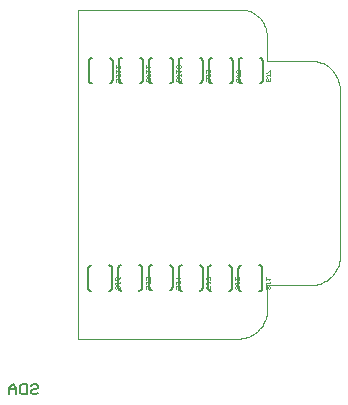
<source format=gbo>
G75*
G70*
%OFA0B0*%
%FSLAX24Y24*%
%IPPOS*%
%LPD*%
%AMOC8*
5,1,8,0,0,1.08239X$1,22.5*
%
%ADD10C,0.0060*%
%ADD11C,0.0000*%
%ADD12C,0.0080*%
%ADD13C,0.0010*%
D10*
X012425Y010834D02*
X012425Y011060D01*
X012538Y011174D01*
X012652Y011060D01*
X012652Y010834D01*
X012793Y010890D02*
X012793Y011117D01*
X012850Y011174D01*
X013020Y011174D01*
X013020Y010834D01*
X012850Y010834D01*
X012793Y010890D01*
X012652Y011004D02*
X012425Y011004D01*
X013162Y010947D02*
X013162Y010890D01*
X013218Y010834D01*
X013332Y010834D01*
X013389Y010890D01*
X013332Y011004D02*
X013218Y011004D01*
X013162Y010947D01*
X013162Y011117D02*
X013218Y011174D01*
X013332Y011174D01*
X013389Y011117D01*
X013389Y011060D01*
X013332Y011004D01*
D11*
X014712Y012689D02*
X014712Y014461D01*
X014716Y014461D01*
X014716Y021941D01*
X014711Y021926D01*
X014711Y023658D01*
X020059Y023657D01*
X020058Y023657D02*
X020115Y023661D01*
X020172Y023660D01*
X020229Y023656D01*
X020285Y023648D01*
X020341Y023637D01*
X020396Y023622D01*
X020450Y023603D01*
X020502Y023581D01*
X020553Y023555D01*
X020602Y023526D01*
X020649Y023494D01*
X020694Y023459D01*
X020736Y023421D01*
X020776Y023381D01*
X020814Y023338D01*
X020848Y023292D01*
X020879Y023245D01*
X020907Y023195D01*
X020932Y023144D01*
X020954Y023091D01*
X020971Y023037D01*
X020986Y022982D01*
X020996Y022926D01*
X021003Y022870D01*
X021003Y021953D01*
X022464Y021961D01*
X022526Y021959D01*
X022587Y021953D01*
X022648Y021944D01*
X022709Y021930D01*
X022768Y021913D01*
X022826Y021892D01*
X022883Y021867D01*
X022938Y021839D01*
X022991Y021808D01*
X023042Y021773D01*
X023091Y021735D01*
X023138Y021694D01*
X023181Y021651D01*
X023222Y021604D01*
X023260Y021555D01*
X023295Y021504D01*
X023326Y021451D01*
X023354Y021396D01*
X023379Y021339D01*
X023400Y021281D01*
X023417Y021222D01*
X023431Y021161D01*
X023440Y021100D01*
X023446Y021039D01*
X023448Y020977D01*
X023448Y015446D01*
X023449Y015446D02*
X023447Y015385D01*
X023441Y015325D01*
X023432Y015265D01*
X023419Y015206D01*
X023402Y015148D01*
X023381Y015091D01*
X023357Y015035D01*
X023330Y014981D01*
X023299Y014929D01*
X023265Y014879D01*
X023228Y014831D01*
X023187Y014785D01*
X023145Y014743D01*
X023099Y014702D01*
X023051Y014665D01*
X023001Y014631D01*
X022949Y014600D01*
X022895Y014573D01*
X022839Y014549D01*
X022782Y014528D01*
X022724Y014511D01*
X022665Y014498D01*
X022605Y014489D01*
X022545Y014483D01*
X022484Y014481D01*
X021019Y014472D01*
X021019Y013661D01*
X021020Y013661D02*
X021018Y013600D01*
X021012Y013540D01*
X021003Y013480D01*
X020990Y013421D01*
X020973Y013363D01*
X020952Y013306D01*
X020928Y013250D01*
X020901Y013196D01*
X020870Y013144D01*
X020836Y013094D01*
X020799Y013046D01*
X020758Y013000D01*
X020716Y012958D01*
X020670Y012917D01*
X020622Y012880D01*
X020572Y012846D01*
X020520Y012815D01*
X020466Y012788D01*
X020410Y012764D01*
X020353Y012743D01*
X020295Y012726D01*
X020236Y012713D01*
X020176Y012704D01*
X020116Y012698D01*
X020055Y012696D01*
X020055Y012697D02*
X014712Y012689D01*
D12*
X015056Y014387D02*
X015056Y015037D01*
X015058Y015054D01*
X015062Y015071D01*
X015069Y015087D01*
X015079Y015101D01*
X015092Y015114D01*
X015106Y015124D01*
X015122Y015131D01*
X015139Y015135D01*
X015156Y015137D01*
X015756Y015137D02*
X015773Y015135D01*
X015790Y015131D01*
X015806Y015124D01*
X015820Y015114D01*
X015833Y015101D01*
X015843Y015087D01*
X015850Y015071D01*
X015854Y015054D01*
X015856Y015037D01*
X015856Y014387D01*
X015854Y014370D01*
X015850Y014353D01*
X015843Y014337D01*
X015833Y014323D01*
X015820Y014310D01*
X015806Y014300D01*
X015790Y014293D01*
X015773Y014289D01*
X015756Y014287D01*
X016065Y014398D02*
X016065Y015048D01*
X016067Y015065D01*
X016071Y015082D01*
X016078Y015098D01*
X016088Y015112D01*
X016101Y015125D01*
X016115Y015135D01*
X016131Y015142D01*
X016148Y015146D01*
X016165Y015148D01*
X016765Y015148D02*
X016782Y015146D01*
X016799Y015142D01*
X016815Y015135D01*
X016829Y015125D01*
X016842Y015112D01*
X016852Y015098D01*
X016859Y015082D01*
X016863Y015065D01*
X016865Y015048D01*
X016865Y014398D01*
X016863Y014381D01*
X016859Y014364D01*
X016852Y014348D01*
X016842Y014334D01*
X016829Y014321D01*
X016815Y014311D01*
X016799Y014304D01*
X016782Y014300D01*
X016765Y014298D01*
X017069Y014404D02*
X017069Y015054D01*
X017071Y015071D01*
X017075Y015088D01*
X017082Y015104D01*
X017092Y015118D01*
X017105Y015131D01*
X017119Y015141D01*
X017135Y015148D01*
X017152Y015152D01*
X017169Y015154D01*
X017769Y015154D02*
X017786Y015152D01*
X017803Y015148D01*
X017819Y015141D01*
X017833Y015131D01*
X017846Y015118D01*
X017856Y015104D01*
X017863Y015088D01*
X017867Y015071D01*
X017869Y015054D01*
X017869Y014404D01*
X017867Y014387D01*
X017863Y014370D01*
X017856Y014354D01*
X017846Y014340D01*
X017833Y014327D01*
X017819Y014317D01*
X017803Y014310D01*
X017786Y014306D01*
X017769Y014304D01*
X018074Y014394D02*
X018074Y015044D01*
X018076Y015061D01*
X018080Y015078D01*
X018087Y015094D01*
X018097Y015108D01*
X018110Y015121D01*
X018124Y015131D01*
X018140Y015138D01*
X018157Y015142D01*
X018174Y015144D01*
X018774Y015144D02*
X018791Y015142D01*
X018808Y015138D01*
X018824Y015131D01*
X018838Y015121D01*
X018851Y015108D01*
X018861Y015094D01*
X018868Y015078D01*
X018872Y015061D01*
X018874Y015044D01*
X018874Y014394D01*
X018872Y014377D01*
X018868Y014360D01*
X018861Y014344D01*
X018851Y014330D01*
X018838Y014317D01*
X018824Y014307D01*
X018808Y014300D01*
X018791Y014296D01*
X018774Y014294D01*
X019046Y014388D02*
X019046Y015038D01*
X019048Y015055D01*
X019052Y015072D01*
X019059Y015088D01*
X019069Y015102D01*
X019082Y015115D01*
X019096Y015125D01*
X019112Y015132D01*
X019129Y015136D01*
X019146Y015138D01*
X019746Y015138D02*
X019763Y015136D01*
X019780Y015132D01*
X019796Y015125D01*
X019810Y015115D01*
X019823Y015102D01*
X019833Y015088D01*
X019840Y015072D01*
X019844Y015055D01*
X019846Y015038D01*
X019846Y014388D01*
X019844Y014371D01*
X019840Y014354D01*
X019833Y014338D01*
X019823Y014324D01*
X019810Y014311D01*
X019796Y014301D01*
X019780Y014294D01*
X019763Y014290D01*
X019746Y014288D01*
X020068Y014388D02*
X020068Y015038D01*
X020070Y015055D01*
X020074Y015072D01*
X020081Y015088D01*
X020091Y015102D01*
X020104Y015115D01*
X020118Y015125D01*
X020134Y015132D01*
X020151Y015136D01*
X020168Y015138D01*
X020768Y015138D02*
X020785Y015136D01*
X020802Y015132D01*
X020818Y015125D01*
X020832Y015115D01*
X020845Y015102D01*
X020855Y015088D01*
X020862Y015072D01*
X020866Y015055D01*
X020868Y015038D01*
X020868Y014388D01*
X020866Y014371D01*
X020862Y014354D01*
X020855Y014338D01*
X020845Y014324D01*
X020832Y014311D01*
X020818Y014301D01*
X020802Y014294D01*
X020785Y014290D01*
X020768Y014288D01*
X020168Y014288D02*
X020151Y014290D01*
X020134Y014294D01*
X020118Y014301D01*
X020104Y014311D01*
X020091Y014324D01*
X020081Y014338D01*
X020074Y014354D01*
X020070Y014371D01*
X020068Y014388D01*
X019146Y014288D02*
X019129Y014290D01*
X019112Y014294D01*
X019096Y014301D01*
X019082Y014311D01*
X019069Y014324D01*
X019059Y014338D01*
X019052Y014354D01*
X019048Y014371D01*
X019046Y014388D01*
X018174Y014294D02*
X018157Y014296D01*
X018140Y014300D01*
X018124Y014307D01*
X018110Y014317D01*
X018097Y014330D01*
X018087Y014344D01*
X018080Y014360D01*
X018076Y014377D01*
X018074Y014394D01*
X017169Y014304D02*
X017152Y014306D01*
X017135Y014310D01*
X017119Y014317D01*
X017105Y014327D01*
X017092Y014340D01*
X017082Y014354D01*
X017075Y014370D01*
X017071Y014387D01*
X017069Y014404D01*
X016165Y014298D02*
X016148Y014300D01*
X016131Y014304D01*
X016115Y014311D01*
X016101Y014321D01*
X016088Y014334D01*
X016078Y014348D01*
X016071Y014364D01*
X016067Y014381D01*
X016065Y014398D01*
X015156Y014287D02*
X015139Y014289D01*
X015122Y014293D01*
X015106Y014300D01*
X015092Y014310D01*
X015079Y014323D01*
X015069Y014337D01*
X015062Y014353D01*
X015058Y014370D01*
X015056Y014387D01*
X015070Y021304D02*
X015070Y021954D01*
X015072Y021971D01*
X015076Y021988D01*
X015083Y022004D01*
X015093Y022018D01*
X015106Y022031D01*
X015120Y022041D01*
X015136Y022048D01*
X015153Y022052D01*
X015170Y022054D01*
X015770Y022054D02*
X015787Y022052D01*
X015804Y022048D01*
X015820Y022041D01*
X015834Y022031D01*
X015847Y022018D01*
X015857Y022004D01*
X015864Y021988D01*
X015868Y021971D01*
X015870Y021954D01*
X015870Y021304D01*
X015868Y021287D01*
X015864Y021270D01*
X015857Y021254D01*
X015847Y021240D01*
X015834Y021227D01*
X015820Y021217D01*
X015804Y021210D01*
X015787Y021206D01*
X015770Y021204D01*
X016077Y021311D02*
X016077Y021961D01*
X016079Y021978D01*
X016083Y021995D01*
X016090Y022011D01*
X016100Y022025D01*
X016113Y022038D01*
X016127Y022048D01*
X016143Y022055D01*
X016160Y022059D01*
X016177Y022061D01*
X016777Y022061D02*
X016794Y022059D01*
X016811Y022055D01*
X016827Y022048D01*
X016841Y022038D01*
X016854Y022025D01*
X016864Y022011D01*
X016871Y021995D01*
X016875Y021978D01*
X016877Y021961D01*
X016877Y021311D01*
X016875Y021294D01*
X016871Y021277D01*
X016864Y021261D01*
X016854Y021247D01*
X016841Y021234D01*
X016827Y021224D01*
X016811Y021217D01*
X016794Y021213D01*
X016777Y021211D01*
X017083Y021311D02*
X017083Y021961D01*
X017085Y021978D01*
X017089Y021995D01*
X017096Y022011D01*
X017106Y022025D01*
X017119Y022038D01*
X017133Y022048D01*
X017149Y022055D01*
X017166Y022059D01*
X017183Y022061D01*
X017783Y022061D02*
X017800Y022059D01*
X017817Y022055D01*
X017833Y022048D01*
X017847Y022038D01*
X017860Y022025D01*
X017870Y022011D01*
X017877Y021995D01*
X017881Y021978D01*
X017883Y021961D01*
X017883Y021311D01*
X017881Y021294D01*
X017877Y021277D01*
X017870Y021261D01*
X017860Y021247D01*
X017847Y021234D01*
X017833Y021224D01*
X017817Y021217D01*
X017800Y021213D01*
X017783Y021211D01*
X018070Y021311D02*
X018070Y021961D01*
X018072Y021978D01*
X018076Y021995D01*
X018083Y022011D01*
X018093Y022025D01*
X018106Y022038D01*
X018120Y022048D01*
X018136Y022055D01*
X018153Y022059D01*
X018170Y022061D01*
X018770Y022061D02*
X018787Y022059D01*
X018804Y022055D01*
X018820Y022048D01*
X018834Y022038D01*
X018847Y022025D01*
X018857Y022011D01*
X018864Y021995D01*
X018868Y021978D01*
X018870Y021961D01*
X018870Y021311D01*
X018868Y021294D01*
X018864Y021277D01*
X018857Y021261D01*
X018847Y021247D01*
X018834Y021234D01*
X018820Y021224D01*
X018804Y021217D01*
X018787Y021213D01*
X018770Y021211D01*
X019074Y021305D02*
X019074Y021955D01*
X019076Y021972D01*
X019080Y021989D01*
X019087Y022005D01*
X019097Y022019D01*
X019110Y022032D01*
X019124Y022042D01*
X019140Y022049D01*
X019157Y022053D01*
X019174Y022055D01*
X019774Y022055D02*
X019791Y022053D01*
X019808Y022049D01*
X019824Y022042D01*
X019838Y022032D01*
X019851Y022019D01*
X019861Y022005D01*
X019868Y021989D01*
X019872Y021972D01*
X019874Y021955D01*
X019874Y021305D01*
X019872Y021288D01*
X019868Y021271D01*
X019861Y021255D01*
X019851Y021241D01*
X019838Y021228D01*
X019824Y021218D01*
X019808Y021211D01*
X019791Y021207D01*
X019774Y021205D01*
X020072Y021311D02*
X020072Y021961D01*
X020074Y021978D01*
X020078Y021995D01*
X020085Y022011D01*
X020095Y022025D01*
X020108Y022038D01*
X020122Y022048D01*
X020138Y022055D01*
X020155Y022059D01*
X020172Y022061D01*
X020772Y022061D02*
X020789Y022059D01*
X020806Y022055D01*
X020822Y022048D01*
X020836Y022038D01*
X020849Y022025D01*
X020859Y022011D01*
X020866Y021995D01*
X020870Y021978D01*
X020872Y021961D01*
X020872Y021311D01*
X020870Y021294D01*
X020866Y021277D01*
X020859Y021261D01*
X020849Y021247D01*
X020836Y021234D01*
X020822Y021224D01*
X020806Y021217D01*
X020789Y021213D01*
X020772Y021211D01*
X020172Y021211D02*
X020155Y021213D01*
X020138Y021217D01*
X020122Y021224D01*
X020108Y021234D01*
X020095Y021247D01*
X020085Y021261D01*
X020078Y021277D01*
X020074Y021294D01*
X020072Y021311D01*
X019174Y021205D02*
X019157Y021207D01*
X019140Y021211D01*
X019124Y021218D01*
X019110Y021228D01*
X019097Y021241D01*
X019087Y021255D01*
X019080Y021271D01*
X019076Y021288D01*
X019074Y021305D01*
X018170Y021211D02*
X018153Y021213D01*
X018136Y021217D01*
X018120Y021224D01*
X018106Y021234D01*
X018093Y021247D01*
X018083Y021261D01*
X018076Y021277D01*
X018072Y021294D01*
X018070Y021311D01*
X017183Y021211D02*
X017166Y021213D01*
X017149Y021217D01*
X017133Y021224D01*
X017119Y021234D01*
X017106Y021247D01*
X017096Y021261D01*
X017089Y021277D01*
X017085Y021294D01*
X017083Y021311D01*
X016177Y021211D02*
X016160Y021213D01*
X016143Y021217D01*
X016127Y021224D01*
X016113Y021234D01*
X016100Y021247D01*
X016090Y021261D01*
X016083Y021277D01*
X016079Y021294D01*
X016077Y021311D01*
X015170Y021204D02*
X015153Y021206D01*
X015136Y021210D01*
X015120Y021217D01*
X015106Y021227D01*
X015093Y021240D01*
X015083Y021254D01*
X015076Y021270D01*
X015072Y021287D01*
X015070Y021304D01*
D13*
X015975Y021285D02*
X016000Y021259D01*
X015975Y021285D02*
X015975Y021335D01*
X016000Y021360D01*
X016025Y021360D01*
X016050Y021335D01*
X016050Y021285D01*
X016075Y021259D01*
X016100Y021259D01*
X016125Y021285D01*
X016125Y021335D01*
X016100Y021360D01*
X016125Y021457D02*
X016125Y021507D01*
X016125Y021482D02*
X016000Y021482D01*
X015975Y021457D01*
X015975Y021432D01*
X016000Y021407D01*
X015975Y021554D02*
X015975Y021654D01*
X015975Y021701D02*
X016075Y021802D01*
X016100Y021802D01*
X016125Y021777D01*
X016125Y021726D01*
X016100Y021701D01*
X016125Y021604D02*
X015975Y021604D01*
X015975Y021701D02*
X015975Y021802D01*
X016125Y021604D02*
X016075Y021554D01*
X016982Y021561D02*
X016982Y021661D01*
X016982Y021708D02*
X016982Y021808D01*
X016982Y021758D02*
X017132Y021758D01*
X017082Y021708D01*
X017132Y021611D02*
X016982Y021611D01*
X017082Y021561D02*
X017132Y021611D01*
X017132Y021513D02*
X017132Y021463D01*
X017132Y021488D02*
X017007Y021488D01*
X016982Y021463D01*
X016982Y021438D01*
X017007Y021413D01*
X017007Y021366D02*
X016982Y021341D01*
X016982Y021291D01*
X017007Y021266D01*
X017057Y021291D02*
X017057Y021341D01*
X017032Y021366D01*
X017007Y021366D01*
X017057Y021291D02*
X017082Y021266D01*
X017107Y021266D01*
X017132Y021291D01*
X017132Y021341D01*
X017107Y021366D01*
X017988Y021341D02*
X017988Y021291D01*
X018013Y021266D01*
X018063Y021291D02*
X018063Y021341D01*
X018038Y021366D01*
X018013Y021366D01*
X017988Y021341D01*
X018013Y021413D02*
X017988Y021438D01*
X017988Y021463D01*
X018013Y021488D01*
X018138Y021488D01*
X018138Y021463D02*
X018138Y021513D01*
X018088Y021561D02*
X018138Y021611D01*
X017988Y021611D01*
X017988Y021561D02*
X017988Y021661D01*
X018013Y021708D02*
X018113Y021808D01*
X018013Y021808D01*
X017988Y021783D01*
X017988Y021733D01*
X018013Y021708D01*
X018113Y021708D01*
X018138Y021733D01*
X018138Y021783D01*
X018113Y021808D01*
X018113Y021366D02*
X018138Y021341D01*
X018138Y021291D01*
X018113Y021266D01*
X018088Y021266D01*
X018063Y021291D01*
X018975Y021291D02*
X019000Y021266D01*
X018975Y021291D02*
X018975Y021341D01*
X019000Y021366D01*
X019025Y021366D01*
X019050Y021341D01*
X019050Y021291D01*
X019075Y021266D01*
X019100Y021266D01*
X019125Y021291D01*
X019125Y021341D01*
X019100Y021366D01*
X019125Y021463D02*
X019125Y021513D01*
X019125Y021488D02*
X019000Y021488D01*
X018975Y021463D01*
X018975Y021438D01*
X019000Y021413D01*
X019000Y021561D02*
X018975Y021586D01*
X018975Y021636D01*
X019000Y021661D01*
X019100Y021661D01*
X019125Y021636D01*
X019125Y021586D01*
X019100Y021561D01*
X019075Y021561D01*
X019050Y021586D01*
X019050Y021661D01*
X019979Y021630D02*
X019979Y021580D01*
X020004Y021555D01*
X020029Y021555D01*
X020054Y021580D01*
X020054Y021630D01*
X020029Y021655D01*
X020004Y021655D01*
X019979Y021630D01*
X020054Y021630D02*
X020079Y021655D01*
X020104Y021655D01*
X020129Y021630D01*
X020129Y021580D01*
X020104Y021555D01*
X020079Y021555D01*
X020054Y021580D01*
X020129Y021508D02*
X020129Y021458D01*
X020129Y021483D02*
X020004Y021483D01*
X019979Y021458D01*
X019979Y021433D01*
X020004Y021408D01*
X020004Y021361D02*
X019979Y021336D01*
X019979Y021286D01*
X020004Y021260D01*
X020054Y021286D02*
X020054Y021336D01*
X020029Y021361D01*
X020004Y021361D01*
X020054Y021286D02*
X020079Y021260D01*
X020104Y021260D01*
X020129Y021286D01*
X020129Y021336D01*
X020104Y021361D01*
X020977Y021341D02*
X020977Y021291D01*
X021002Y021266D01*
X021052Y021291D02*
X021052Y021341D01*
X021027Y021366D01*
X021002Y021366D01*
X020977Y021341D01*
X021002Y021413D02*
X020977Y021438D01*
X020977Y021463D01*
X021002Y021488D01*
X021127Y021488D01*
X021127Y021463D02*
X021127Y021513D01*
X021127Y021560D02*
X021127Y021660D01*
X021102Y021660D01*
X021002Y021560D01*
X020977Y021560D01*
X021102Y021366D02*
X021127Y021341D01*
X021127Y021291D01*
X021102Y021266D01*
X021077Y021266D01*
X021052Y021291D01*
X020973Y014738D02*
X020973Y014638D01*
X020973Y014688D02*
X021123Y014688D01*
X021073Y014638D01*
X021123Y014590D02*
X021123Y014540D01*
X021123Y014565D02*
X020998Y014565D01*
X020973Y014540D01*
X020973Y014515D01*
X020998Y014490D01*
X020998Y014443D02*
X020973Y014418D01*
X020973Y014368D01*
X020998Y014343D01*
X021048Y014368D02*
X021048Y014418D01*
X021023Y014443D01*
X020998Y014443D01*
X021048Y014368D02*
X021073Y014343D01*
X021098Y014343D01*
X021123Y014368D01*
X021123Y014418D01*
X021098Y014443D01*
X020101Y014418D02*
X020101Y014368D01*
X020076Y014343D01*
X020051Y014343D01*
X020026Y014368D01*
X020026Y014418D01*
X020001Y014443D01*
X019976Y014443D01*
X019951Y014418D01*
X019951Y014368D01*
X019976Y014343D01*
X020076Y014443D02*
X020101Y014418D01*
X020101Y014540D02*
X020101Y014590D01*
X020101Y014565D02*
X019976Y014565D01*
X019951Y014540D01*
X019951Y014515D01*
X019976Y014490D01*
X019951Y014638D02*
X020051Y014738D01*
X020076Y014738D01*
X020101Y014713D01*
X020101Y014663D01*
X020076Y014638D01*
X019951Y014638D02*
X019951Y014738D01*
X019129Y014718D02*
X019129Y014668D01*
X019104Y014643D01*
X019129Y014596D02*
X019129Y014546D01*
X019129Y014571D02*
X019004Y014571D01*
X018979Y014546D01*
X018979Y014521D01*
X019004Y014496D01*
X019004Y014449D02*
X018979Y014424D01*
X018979Y014374D01*
X019004Y014349D01*
X019054Y014374D02*
X019054Y014424D01*
X019029Y014449D01*
X019004Y014449D01*
X019054Y014374D02*
X019079Y014349D01*
X019104Y014349D01*
X019129Y014374D01*
X019129Y014424D01*
X019104Y014449D01*
X019004Y014643D02*
X018979Y014668D01*
X018979Y014718D01*
X019004Y014743D01*
X019029Y014743D01*
X019054Y014718D01*
X019054Y014693D01*
X019054Y014718D02*
X019079Y014743D01*
X019104Y014743D01*
X019129Y014718D01*
X018124Y014729D02*
X018049Y014654D01*
X018049Y014754D01*
X017974Y014729D02*
X018124Y014729D01*
X018124Y014606D02*
X018124Y014556D01*
X018124Y014581D02*
X017999Y014581D01*
X017974Y014556D01*
X017974Y014531D01*
X017999Y014506D01*
X017999Y014459D02*
X017974Y014434D01*
X017974Y014384D01*
X017999Y014359D01*
X018049Y014384D02*
X018049Y014434D01*
X018024Y014459D01*
X017999Y014459D01*
X018049Y014384D02*
X018074Y014359D01*
X018099Y014359D01*
X018124Y014384D01*
X018124Y014434D01*
X018099Y014459D01*
X017120Y014428D02*
X017120Y014378D01*
X017095Y014353D01*
X017070Y014353D01*
X017045Y014378D01*
X017045Y014428D01*
X017020Y014453D01*
X016995Y014453D01*
X016970Y014428D01*
X016970Y014378D01*
X016995Y014353D01*
X017095Y014453D02*
X017120Y014428D01*
X017120Y014550D02*
X017120Y014600D01*
X017120Y014575D02*
X016995Y014575D01*
X016970Y014550D01*
X016970Y014525D01*
X016995Y014500D01*
X016995Y014648D02*
X016970Y014673D01*
X016970Y014723D01*
X016995Y014748D01*
X017045Y014748D01*
X017070Y014723D01*
X017070Y014698D01*
X017045Y014648D01*
X017120Y014648D01*
X017120Y014748D01*
X016111Y014736D02*
X016086Y014686D01*
X016036Y014636D01*
X016036Y014711D01*
X016011Y014736D01*
X015986Y014736D01*
X015961Y014711D01*
X015961Y014661D01*
X015986Y014636D01*
X016036Y014636D01*
X015986Y014564D02*
X016111Y014564D01*
X016111Y014539D02*
X016111Y014589D01*
X015986Y014564D02*
X015961Y014539D01*
X015961Y014514D01*
X015986Y014489D01*
X015986Y014442D02*
X015961Y014417D01*
X015961Y014367D01*
X015986Y014342D01*
X016036Y014367D02*
X016036Y014417D01*
X016011Y014442D01*
X015986Y014442D01*
X016036Y014367D02*
X016061Y014342D01*
X016086Y014342D01*
X016111Y014367D01*
X016111Y014417D01*
X016086Y014442D01*
M02*

</source>
